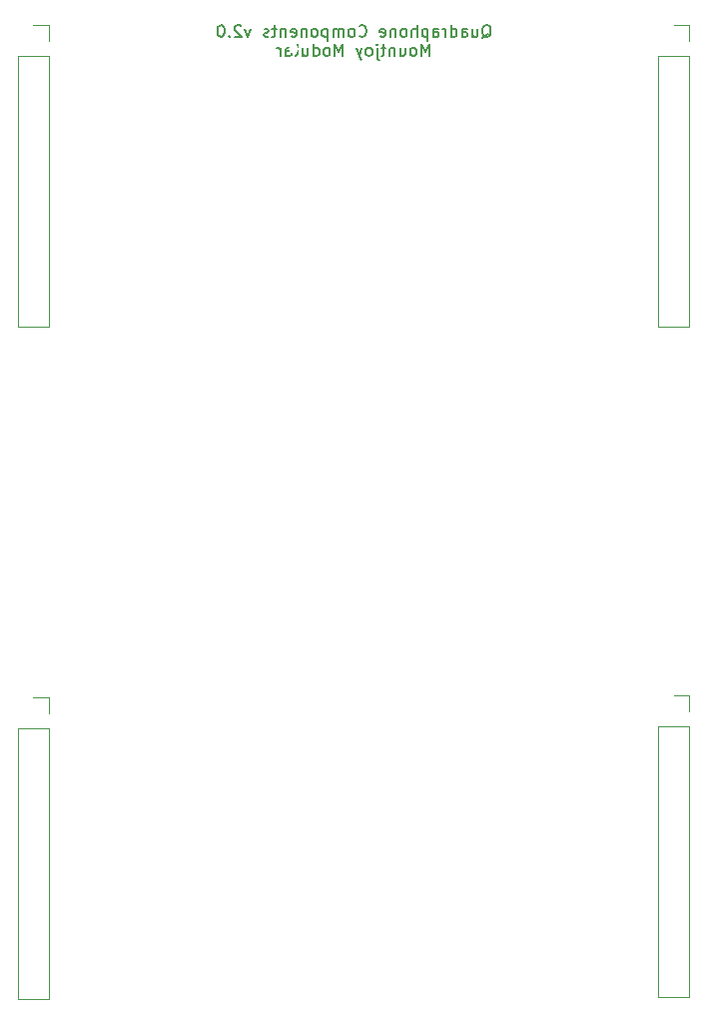
<source format=gbr>
%TF.GenerationSoftware,KiCad,Pcbnew,(6.0.11)*%
%TF.CreationDate,2023-04-16T18:13:22+01:00*%
%TF.ProjectId,Quadraphone,51756164-7261-4706-986f-6e652e6b6963,rev?*%
%TF.SameCoordinates,Original*%
%TF.FileFunction,Legend,Bot*%
%TF.FilePolarity,Positive*%
%FSLAX46Y46*%
G04 Gerber Fmt 4.6, Leading zero omitted, Abs format (unit mm)*
G04 Created by KiCad (PCBNEW (6.0.11)) date 2023-04-16 18:13:22*
%MOMM*%
%LPD*%
G01*
G04 APERTURE LIST*
%ADD10C,0.150000*%
%ADD11C,0.120000*%
%ADD12C,0.100000*%
%ADD13C,2.000000*%
%ADD14C,1.440000*%
%ADD15R,1.700000X1.700000*%
%ADD16C,1.700000*%
%ADD17O,1.700000X1.700000*%
%ADD18C,0.800000*%
%ADD19C,0.900000*%
%ADD20C,1.000000*%
G04 APERTURE END LIST*
D10*
X90857142Y-62742619D02*
X90952380Y-62695000D01*
X91047619Y-62599761D01*
X91190476Y-62456904D01*
X91285714Y-62409285D01*
X91380952Y-62409285D01*
X91333333Y-62647380D02*
X91428571Y-62599761D01*
X91523809Y-62504523D01*
X91571428Y-62314047D01*
X91571428Y-61980714D01*
X91523809Y-61790238D01*
X91428571Y-61695000D01*
X91333333Y-61647380D01*
X91142857Y-61647380D01*
X91047619Y-61695000D01*
X90952380Y-61790238D01*
X90904761Y-61980714D01*
X90904761Y-62314047D01*
X90952380Y-62504523D01*
X91047619Y-62599761D01*
X91142857Y-62647380D01*
X91333333Y-62647380D01*
X90047619Y-61980714D02*
X90047619Y-62647380D01*
X90476190Y-61980714D02*
X90476190Y-62504523D01*
X90428571Y-62599761D01*
X90333333Y-62647380D01*
X90190476Y-62647380D01*
X90095238Y-62599761D01*
X90047619Y-62552142D01*
X89142857Y-62647380D02*
X89142857Y-62123571D01*
X89190476Y-62028333D01*
X89285714Y-61980714D01*
X89476190Y-61980714D01*
X89571428Y-62028333D01*
X89142857Y-62599761D02*
X89238095Y-62647380D01*
X89476190Y-62647380D01*
X89571428Y-62599761D01*
X89619047Y-62504523D01*
X89619047Y-62409285D01*
X89571428Y-62314047D01*
X89476190Y-62266428D01*
X89238095Y-62266428D01*
X89142857Y-62218809D01*
X88238095Y-62647380D02*
X88238095Y-61647380D01*
X88238095Y-62599761D02*
X88333333Y-62647380D01*
X88523809Y-62647380D01*
X88619047Y-62599761D01*
X88666666Y-62552142D01*
X88714285Y-62456904D01*
X88714285Y-62171190D01*
X88666666Y-62075952D01*
X88619047Y-62028333D01*
X88523809Y-61980714D01*
X88333333Y-61980714D01*
X88238095Y-62028333D01*
X87761904Y-62647380D02*
X87761904Y-61980714D01*
X87761904Y-62171190D02*
X87714285Y-62075952D01*
X87666666Y-62028333D01*
X87571428Y-61980714D01*
X87476190Y-61980714D01*
X86714285Y-62647380D02*
X86714285Y-62123571D01*
X86761904Y-62028333D01*
X86857142Y-61980714D01*
X87047619Y-61980714D01*
X87142857Y-62028333D01*
X86714285Y-62599761D02*
X86809523Y-62647380D01*
X87047619Y-62647380D01*
X87142857Y-62599761D01*
X87190476Y-62504523D01*
X87190476Y-62409285D01*
X87142857Y-62314047D01*
X87047619Y-62266428D01*
X86809523Y-62266428D01*
X86714285Y-62218809D01*
X86238095Y-61980714D02*
X86238095Y-62980714D01*
X86238095Y-62028333D02*
X86142857Y-61980714D01*
X85952380Y-61980714D01*
X85857142Y-62028333D01*
X85809523Y-62075952D01*
X85761904Y-62171190D01*
X85761904Y-62456904D01*
X85809523Y-62552142D01*
X85857142Y-62599761D01*
X85952380Y-62647380D01*
X86142857Y-62647380D01*
X86238095Y-62599761D01*
X85333333Y-62647380D02*
X85333333Y-61647380D01*
X84904761Y-62647380D02*
X84904761Y-62123571D01*
X84952380Y-62028333D01*
X85047619Y-61980714D01*
X85190476Y-61980714D01*
X85285714Y-62028333D01*
X85333333Y-62075952D01*
X84285714Y-62647380D02*
X84380952Y-62599761D01*
X84428571Y-62552142D01*
X84476190Y-62456904D01*
X84476190Y-62171190D01*
X84428571Y-62075952D01*
X84380952Y-62028333D01*
X84285714Y-61980714D01*
X84142857Y-61980714D01*
X84047619Y-62028333D01*
X84000000Y-62075952D01*
X83952380Y-62171190D01*
X83952380Y-62456904D01*
X84000000Y-62552142D01*
X84047619Y-62599761D01*
X84142857Y-62647380D01*
X84285714Y-62647380D01*
X83523809Y-61980714D02*
X83523809Y-62647380D01*
X83523809Y-62075952D02*
X83476190Y-62028333D01*
X83380952Y-61980714D01*
X83238095Y-61980714D01*
X83142857Y-62028333D01*
X83095238Y-62123571D01*
X83095238Y-62647380D01*
X82238095Y-62599761D02*
X82333333Y-62647380D01*
X82523809Y-62647380D01*
X82619047Y-62599761D01*
X82666666Y-62504523D01*
X82666666Y-62123571D01*
X82619047Y-62028333D01*
X82523809Y-61980714D01*
X82333333Y-61980714D01*
X82238095Y-62028333D01*
X82190476Y-62123571D01*
X82190476Y-62218809D01*
X82666666Y-62314047D01*
X80428571Y-62552142D02*
X80476190Y-62599761D01*
X80619047Y-62647380D01*
X80714285Y-62647380D01*
X80857142Y-62599761D01*
X80952380Y-62504523D01*
X81000000Y-62409285D01*
X81047619Y-62218809D01*
X81047619Y-62075952D01*
X81000000Y-61885476D01*
X80952380Y-61790238D01*
X80857142Y-61695000D01*
X80714285Y-61647380D01*
X80619047Y-61647380D01*
X80476190Y-61695000D01*
X80428571Y-61742619D01*
X79857142Y-62647380D02*
X79952380Y-62599761D01*
X80000000Y-62552142D01*
X80047619Y-62456904D01*
X80047619Y-62171190D01*
X80000000Y-62075952D01*
X79952380Y-62028333D01*
X79857142Y-61980714D01*
X79714285Y-61980714D01*
X79619047Y-62028333D01*
X79571428Y-62075952D01*
X79523809Y-62171190D01*
X79523809Y-62456904D01*
X79571428Y-62552142D01*
X79619047Y-62599761D01*
X79714285Y-62647380D01*
X79857142Y-62647380D01*
X79095238Y-62647380D02*
X79095238Y-61980714D01*
X79095238Y-62075952D02*
X79047619Y-62028333D01*
X78952380Y-61980714D01*
X78809523Y-61980714D01*
X78714285Y-62028333D01*
X78666666Y-62123571D01*
X78666666Y-62647380D01*
X78666666Y-62123571D02*
X78619047Y-62028333D01*
X78523809Y-61980714D01*
X78380952Y-61980714D01*
X78285714Y-62028333D01*
X78238095Y-62123571D01*
X78238095Y-62647380D01*
X77761904Y-61980714D02*
X77761904Y-62980714D01*
X77761904Y-62028333D02*
X77666666Y-61980714D01*
X77476190Y-61980714D01*
X77380952Y-62028333D01*
X77333333Y-62075952D01*
X77285714Y-62171190D01*
X77285714Y-62456904D01*
X77333333Y-62552142D01*
X77380952Y-62599761D01*
X77476190Y-62647380D01*
X77666666Y-62647380D01*
X77761904Y-62599761D01*
X76714285Y-62647380D02*
X76809523Y-62599761D01*
X76857142Y-62552142D01*
X76904761Y-62456904D01*
X76904761Y-62171190D01*
X76857142Y-62075952D01*
X76809523Y-62028333D01*
X76714285Y-61980714D01*
X76571428Y-61980714D01*
X76476190Y-62028333D01*
X76428571Y-62075952D01*
X76380952Y-62171190D01*
X76380952Y-62456904D01*
X76428571Y-62552142D01*
X76476190Y-62599761D01*
X76571428Y-62647380D01*
X76714285Y-62647380D01*
X75952380Y-61980714D02*
X75952380Y-62647380D01*
X75952380Y-62075952D02*
X75904761Y-62028333D01*
X75809523Y-61980714D01*
X75666666Y-61980714D01*
X75571428Y-62028333D01*
X75523809Y-62123571D01*
X75523809Y-62647380D01*
X74666666Y-62599761D02*
X74761904Y-62647380D01*
X74952380Y-62647380D01*
X75047619Y-62599761D01*
X75095238Y-62504523D01*
X75095238Y-62123571D01*
X75047619Y-62028333D01*
X74952380Y-61980714D01*
X74761904Y-61980714D01*
X74666666Y-62028333D01*
X74619047Y-62123571D01*
X74619047Y-62218809D01*
X75095238Y-62314047D01*
X74190476Y-61980714D02*
X74190476Y-62647380D01*
X74190476Y-62075952D02*
X74142857Y-62028333D01*
X74047619Y-61980714D01*
X73904761Y-61980714D01*
X73809523Y-62028333D01*
X73761904Y-62123571D01*
X73761904Y-62647380D01*
X73428571Y-61980714D02*
X73047619Y-61980714D01*
X73285714Y-61647380D02*
X73285714Y-62504523D01*
X73238095Y-62599761D01*
X73142857Y-62647380D01*
X73047619Y-62647380D01*
X72761904Y-62599761D02*
X72666666Y-62647380D01*
X72476190Y-62647380D01*
X72380952Y-62599761D01*
X72333333Y-62504523D01*
X72333333Y-62456904D01*
X72380952Y-62361666D01*
X72476190Y-62314047D01*
X72619047Y-62314047D01*
X72714285Y-62266428D01*
X72761904Y-62171190D01*
X72761904Y-62123571D01*
X72714285Y-62028333D01*
X72619047Y-61980714D01*
X72476190Y-61980714D01*
X72380952Y-62028333D01*
X71238095Y-61980714D02*
X71000000Y-62647380D01*
X70761904Y-61980714D01*
X70428571Y-61742619D02*
X70380952Y-61695000D01*
X70285714Y-61647380D01*
X70047619Y-61647380D01*
X69952380Y-61695000D01*
X69904761Y-61742619D01*
X69857142Y-61837857D01*
X69857142Y-61933095D01*
X69904761Y-62075952D01*
X70476190Y-62647380D01*
X69857142Y-62647380D01*
X69428571Y-62552142D02*
X69380952Y-62599761D01*
X69428571Y-62647380D01*
X69476190Y-62599761D01*
X69428571Y-62552142D01*
X69428571Y-62647380D01*
X68761904Y-61647380D02*
X68666666Y-61647380D01*
X68571428Y-61695000D01*
X68523809Y-61742619D01*
X68476190Y-61837857D01*
X68428571Y-62028333D01*
X68428571Y-62266428D01*
X68476190Y-62456904D01*
X68523809Y-62552142D01*
X68571428Y-62599761D01*
X68666666Y-62647380D01*
X68761904Y-62647380D01*
X68857142Y-62599761D01*
X68904761Y-62552142D01*
X68952380Y-62456904D01*
X69000000Y-62266428D01*
X69000000Y-62028333D01*
X68952380Y-61837857D01*
X68904761Y-61742619D01*
X68857142Y-61695000D01*
X68761904Y-61647380D01*
X86380952Y-64257380D02*
X86380952Y-63257380D01*
X86047619Y-63971666D01*
X85714285Y-63257380D01*
X85714285Y-64257380D01*
X85095238Y-64257380D02*
X85190476Y-64209761D01*
X85238095Y-64162142D01*
X85285714Y-64066904D01*
X85285714Y-63781190D01*
X85238095Y-63685952D01*
X85190476Y-63638333D01*
X85095238Y-63590714D01*
X84952380Y-63590714D01*
X84857142Y-63638333D01*
X84809523Y-63685952D01*
X84761904Y-63781190D01*
X84761904Y-64066904D01*
X84809523Y-64162142D01*
X84857142Y-64209761D01*
X84952380Y-64257380D01*
X85095238Y-64257380D01*
X83904761Y-63590714D02*
X83904761Y-64257380D01*
X84333333Y-63590714D02*
X84333333Y-64114523D01*
X84285714Y-64209761D01*
X84190476Y-64257380D01*
X84047619Y-64257380D01*
X83952380Y-64209761D01*
X83904761Y-64162142D01*
X83428571Y-63590714D02*
X83428571Y-64257380D01*
X83428571Y-63685952D02*
X83380952Y-63638333D01*
X83285714Y-63590714D01*
X83142857Y-63590714D01*
X83047619Y-63638333D01*
X83000000Y-63733571D01*
X83000000Y-64257380D01*
X82666666Y-63590714D02*
X82285714Y-63590714D01*
X82523809Y-63257380D02*
X82523809Y-64114523D01*
X82476190Y-64209761D01*
X82380952Y-64257380D01*
X82285714Y-64257380D01*
X81952380Y-63590714D02*
X81952380Y-64447857D01*
X82000000Y-64543095D01*
X82095238Y-64590714D01*
X82142857Y-64590714D01*
X81952380Y-63257380D02*
X82000000Y-63305000D01*
X81952380Y-63352619D01*
X81904761Y-63305000D01*
X81952380Y-63257380D01*
X81952380Y-63352619D01*
X81333333Y-64257380D02*
X81428571Y-64209761D01*
X81476190Y-64162142D01*
X81523809Y-64066904D01*
X81523809Y-63781190D01*
X81476190Y-63685952D01*
X81428571Y-63638333D01*
X81333333Y-63590714D01*
X81190476Y-63590714D01*
X81095238Y-63638333D01*
X81047619Y-63685952D01*
X81000000Y-63781190D01*
X81000000Y-64066904D01*
X81047619Y-64162142D01*
X81095238Y-64209761D01*
X81190476Y-64257380D01*
X81333333Y-64257380D01*
X80666666Y-63590714D02*
X80428571Y-64257380D01*
X80190476Y-63590714D02*
X80428571Y-64257380D01*
X80523809Y-64495476D01*
X80571428Y-64543095D01*
X80666666Y-64590714D01*
X79047619Y-64257380D02*
X79047619Y-63257380D01*
X78714285Y-63971666D01*
X78380952Y-63257380D01*
X78380952Y-64257380D01*
X77761904Y-64257380D02*
X77857142Y-64209761D01*
X77904761Y-64162142D01*
X77952380Y-64066904D01*
X77952380Y-63781190D01*
X77904761Y-63685952D01*
X77857142Y-63638333D01*
X77761904Y-63590714D01*
X77619047Y-63590714D01*
X77523809Y-63638333D01*
X77476190Y-63685952D01*
X77428571Y-63781190D01*
X77428571Y-64066904D01*
X77476190Y-64162142D01*
X77523809Y-64209761D01*
X77619047Y-64257380D01*
X77761904Y-64257380D01*
X76571428Y-64257380D02*
X76571428Y-63257380D01*
X76571428Y-64209761D02*
X76666666Y-64257380D01*
X76857142Y-64257380D01*
X76952380Y-64209761D01*
X77000000Y-64162142D01*
X77047619Y-64066904D01*
X77047619Y-63781190D01*
X77000000Y-63685952D01*
X76952380Y-63638333D01*
X76857142Y-63590714D01*
X76666666Y-63590714D01*
X76571428Y-63638333D01*
X75666666Y-63590714D02*
X75666666Y-64257380D01*
X76095238Y-63590714D02*
X76095238Y-64114523D01*
X76047619Y-64209761D01*
X75952380Y-64257380D01*
X75809523Y-64257380D01*
X75714285Y-64209761D01*
X75666666Y-64162142D01*
X75047619Y-64257380D02*
X75142857Y-64209761D01*
X75190476Y-64114523D01*
X75190476Y-63257380D01*
X74238095Y-64257380D02*
X74238095Y-63733571D01*
X74285714Y-63638333D01*
X74380952Y-63590714D01*
X74571428Y-63590714D01*
X74666666Y-63638333D01*
X74238095Y-64209761D02*
X74333333Y-64257380D01*
X74571428Y-64257380D01*
X74666666Y-64209761D01*
X74714285Y-64114523D01*
X74714285Y-64019285D01*
X74666666Y-63924047D01*
X74571428Y-63876428D01*
X74333333Y-63876428D01*
X74238095Y-63828809D01*
X73761904Y-64257380D02*
X73761904Y-63590714D01*
X73761904Y-63781190D02*
X73714285Y-63685952D01*
X73666666Y-63638333D01*
X73571428Y-63590714D01*
X73476190Y-63590714D01*
D11*
%TO.C,J4*%
X108430000Y-118470000D02*
X107100000Y-118470000D01*
X108430000Y-121070000D02*
X105770000Y-121070000D01*
X108430000Y-121070000D02*
X108430000Y-143990000D01*
X108430000Y-119800000D02*
X108430000Y-118470000D01*
X108430000Y-143990000D02*
X105770000Y-143990000D01*
X105770000Y-121070000D02*
X105770000Y-143990000D01*
%TO.C,J3*%
X54130000Y-121270000D02*
X51470000Y-121270000D01*
X54130000Y-120000000D02*
X54130000Y-118670000D01*
X54130000Y-144190000D02*
X51470000Y-144190000D01*
X54130000Y-121270000D02*
X54130000Y-144190000D01*
X51470000Y-121270000D02*
X51470000Y-144190000D01*
X54130000Y-118670000D02*
X52800000Y-118670000D01*
%TO.C,J2*%
X108430000Y-87190000D02*
X105770000Y-87190000D01*
X105770000Y-64270000D02*
X105770000Y-87190000D01*
X108430000Y-64270000D02*
X105770000Y-64270000D01*
X108430000Y-63000000D02*
X108430000Y-61670000D01*
X108430000Y-61670000D02*
X107100000Y-61670000D01*
X108430000Y-64270000D02*
X108430000Y-87190000D01*
%TO.C,J1*%
X51470000Y-64270000D02*
X51470000Y-87190000D01*
X54130000Y-64270000D02*
X54130000Y-87190000D01*
X54130000Y-64270000D02*
X51470000Y-64270000D01*
X54130000Y-63000000D02*
X54130000Y-61670000D01*
X54130000Y-61670000D02*
X52800000Y-61670000D01*
X54130000Y-87190000D02*
X51470000Y-87190000D01*
%TD*%
%LPC*%
%TO.C,FID1*%
G36*
X109700000Y-149700000D02*
G01*
X101700000Y-149700000D01*
X101700000Y-147700000D01*
X109700000Y-147700000D01*
X109700000Y-149700000D01*
G37*
D12*
X109700000Y-149700000D02*
X101700000Y-149700000D01*
X101700000Y-147700000D01*
X109700000Y-147700000D01*
X109700000Y-149700000D01*
%TD*%
D13*
%TO.C,TP6*%
X52800000Y-58400000D03*
%TD*%
D14*
%TO.C,HF_Track_Trim3*%
X68500000Y-146100000D03*
X71040000Y-143560000D03*
X73580000Y-146100000D03*
%TD*%
%TO.C,HF_Track_Trim1*%
X68500000Y-97200000D03*
X71040000Y-94660000D03*
X73580000Y-97200000D03*
%TD*%
%TO.C,Base_Freq_Trim4*%
X86400000Y-146100000D03*
X88940000Y-143560000D03*
X91480000Y-146100000D03*
%TD*%
%TO.C,Expo_Trim2*%
X102700000Y-75600000D03*
X100160000Y-73060000D03*
X102700000Y-70520000D03*
%TD*%
D13*
%TO.C,TP7*%
X52900000Y-103700000D03*
%TD*%
D14*
%TO.C,Base_Freq_Trim1*%
X59500000Y-97200000D03*
X62040000Y-94660000D03*
X64580000Y-97200000D03*
%TD*%
%TO.C,Expo_Trim3*%
X75900000Y-124425000D03*
X73360000Y-121885000D03*
X75900000Y-119345000D03*
%TD*%
D13*
%TO.C,TP5*%
X107600000Y-108500000D03*
%TD*%
D14*
%TO.C,Expo_Trim4*%
X102800000Y-124425000D03*
X100260000Y-121885000D03*
X102800000Y-119345000D03*
%TD*%
D13*
%TO.C,TP8*%
X107600000Y-103700000D03*
%TD*%
%TO.C,TP2*%
X107600000Y-94700000D03*
%TD*%
%TO.C,TP4*%
X80000000Y-143600000D03*
%TD*%
D14*
%TO.C,Base_Freq_Trim2*%
X86400000Y-97200000D03*
X88940000Y-94660000D03*
X91480000Y-97200000D03*
%TD*%
%TO.C,Expo_Trim1*%
X75900000Y-75600000D03*
X73360000Y-73060000D03*
X75900000Y-70520000D03*
%TD*%
%TO.C,Base_Freq_Trim3*%
X59500000Y-146100000D03*
X62040000Y-143560000D03*
X64580000Y-146100000D03*
%TD*%
D13*
%TO.C,TP3*%
X107600000Y-99200000D03*
%TD*%
D14*
%TO.C,HF_Track_Trim2*%
X95400000Y-97200000D03*
X97940000Y-94660000D03*
X100480000Y-97200000D03*
%TD*%
%TO.C,HF_Track_Trim4*%
X95400000Y-146100000D03*
X97940000Y-143560000D03*
X100480000Y-146100000D03*
%TD*%
D15*
%TO.C,J5*%
X74200000Y-56700000D03*
D16*
X74200000Y-54160000D03*
X76740000Y-56700000D03*
X76740000Y-54160000D03*
X79280000Y-56700000D03*
X79280000Y-54160000D03*
X81820000Y-56700000D03*
X81820000Y-54160000D03*
X84360000Y-56700000D03*
X84360000Y-54160000D03*
%TD*%
D13*
%TO.C,TP1*%
X52900000Y-99300000D03*
%TD*%
D15*
%TO.C,J4*%
X107100000Y-119800000D03*
D17*
X107100000Y-122340000D03*
X107100000Y-124880000D03*
X107100000Y-127420000D03*
X107100000Y-129960000D03*
X107100000Y-132500000D03*
X107100000Y-135040000D03*
X107100000Y-137580000D03*
X107100000Y-140120000D03*
X107100000Y-142660000D03*
%TD*%
D15*
%TO.C,J3*%
X52800000Y-120000000D03*
D17*
X52800000Y-122540000D03*
X52800000Y-125080000D03*
X52800000Y-127620000D03*
X52800000Y-130160000D03*
X52800000Y-132700000D03*
X52800000Y-135240000D03*
X52800000Y-137780000D03*
X52800000Y-140320000D03*
X52800000Y-142860000D03*
%TD*%
D15*
%TO.C,J2*%
X107100000Y-63000000D03*
D17*
X107100000Y-65540000D03*
X107100000Y-68080000D03*
X107100000Y-70620000D03*
X107100000Y-73160000D03*
X107100000Y-75700000D03*
X107100000Y-78240000D03*
X107100000Y-80780000D03*
X107100000Y-83320000D03*
X107100000Y-85860000D03*
%TD*%
D15*
%TO.C,J1*%
X52800000Y-63000000D03*
D17*
X52800000Y-65540000D03*
X52800000Y-68080000D03*
X52800000Y-70620000D03*
X52800000Y-73160000D03*
X52800000Y-75700000D03*
X52800000Y-78240000D03*
X52800000Y-80780000D03*
X52800000Y-83320000D03*
X52800000Y-85860000D03*
%TD*%
D18*
X94900000Y-126000000D03*
X51100000Y-56000000D03*
X72000000Y-122900000D03*
X59300000Y-56600000D03*
X68000000Y-125900000D03*
X95100000Y-52900000D03*
X101200000Y-106000000D03*
X92000000Y-113400000D03*
X97100000Y-65400000D03*
X94000000Y-73200000D03*
X80700000Y-124800000D03*
X83700000Y-112600000D03*
X75200000Y-66800000D03*
X75800000Y-115900000D03*
X67400000Y-72100000D03*
X74800000Y-89900000D03*
X57500000Y-57500000D03*
X84300000Y-124800000D03*
X65400000Y-64100000D03*
X101200000Y-112800000D03*
X103600000Y-52200000D03*
X66000000Y-99800000D03*
X74100000Y-106700000D03*
X97000000Y-114300000D03*
X78840145Y-135375500D03*
X97000000Y-138200000D03*
X54800000Y-69600000D03*
X70200000Y-89700000D03*
X98300000Y-121000000D03*
X65100000Y-113000000D03*
X54900000Y-124200000D03*
X75100000Y-137800000D03*
X92420023Y-64220023D03*
X97100000Y-89500000D03*
X97100000Y-102300000D03*
X78800000Y-128900000D03*
X57500000Y-117700000D03*
X70200000Y-65400000D03*
X93400000Y-51000000D03*
X97300000Y-77700000D03*
X61100000Y-58700000D03*
X70100000Y-78700000D03*
X70100000Y-138100000D03*
X100300000Y-61800000D03*
X91700000Y-52900000D03*
X101212299Y-88912299D03*
X90200000Y-118300000D03*
X93100000Y-108700000D03*
X108000000Y-52900000D03*
X102600000Y-64300000D03*
X63700000Y-106800000D03*
X57500000Y-75900000D03*
X101600000Y-137800000D03*
X71300000Y-120400000D03*
X103000000Y-105800000D03*
X74900000Y-63700000D03*
X101700000Y-141000000D03*
X72900000Y-109400000D03*
D19*
X67000000Y-83100000D03*
X94200000Y-101000000D03*
X70100000Y-131700000D03*
X97300000Y-131200000D03*
D18*
X67800000Y-101000000D03*
D19*
X97287500Y-82187500D03*
D20*
X65600000Y-118200000D03*
X88500000Y-69200000D03*
X61700000Y-68700000D03*
D18*
X62100000Y-118200000D03*
D20*
X88600000Y-117500000D03*
X61600000Y-76800000D03*
X86300000Y-108400000D03*
X70100000Y-80200000D03*
X69891477Y-129013471D03*
X97512500Y-109300000D03*
X89000000Y-126700000D03*
X95500000Y-79100000D03*
X95600000Y-128300000D03*
X88700000Y-77200000D03*
X106268750Y-58600000D03*
X92400000Y-104000000D03*
X61400000Y-125700000D03*
D18*
X74300000Y-88000000D03*
X101299999Y-87299998D03*
X101700000Y-136200000D03*
X58400000Y-106400000D03*
X75200000Y-136200000D03*
D20*
X61900000Y-87924500D03*
X97300000Y-111900000D03*
X62000000Y-136800000D03*
X70600000Y-111600000D03*
X88900000Y-87775500D03*
X86500000Y-61500000D03*
X88700000Y-138000000D03*
D18*
X78300000Y-103100000D03*
X74900000Y-85300000D03*
X78575500Y-85367398D03*
X101800000Y-133724500D03*
X74900000Y-129800000D03*
X102300000Y-85200000D03*
X55300000Y-90300000D03*
X57500000Y-83300000D03*
X78000000Y-83100000D03*
X88800000Y-82800000D03*
D19*
X84400000Y-70200000D03*
X74300000Y-65300000D03*
X74010756Y-114789244D03*
X101300000Y-114200000D03*
X101200000Y-65200000D03*
X57499312Y-120899312D03*
X84600000Y-120400000D03*
D18*
X76700000Y-112724500D03*
X79075500Y-116179791D03*
X61100000Y-109900000D03*
X63300000Y-126200000D03*
X88800000Y-124300000D03*
X91300000Y-75400000D03*
X78300000Y-121500000D03*
X64652451Y-75227852D03*
X77900000Y-74100000D03*
X64200000Y-110800000D03*
X64600000Y-125000000D03*
X91300000Y-107100000D03*
X79300000Y-71200000D03*
X94700000Y-121700000D03*
X70600000Y-71500000D03*
X70185350Y-121575500D03*
X97800000Y-72300000D03*
X79300000Y-105098062D03*
X97200000Y-122300000D03*
X67400000Y-122300000D03*
X77900000Y-106700000D03*
X97125652Y-73687174D03*
X70900000Y-72700000D03*
X80100000Y-72200000D03*
X61900000Y-74700000D03*
X88800000Y-123200000D03*
X88921767Y-74824500D03*
X80875500Y-118243082D03*
X82300000Y-75900000D03*
X64481868Y-123614805D03*
X57800000Y-77675500D03*
X84500000Y-126600000D03*
X54800000Y-119700000D03*
X84500000Y-77000000D03*
X57500000Y-86300000D03*
X57600000Y-134600000D03*
X84600000Y-86242898D03*
X84500000Y-134600000D03*
X84643082Y-89424500D03*
X59500000Y-88200000D03*
X56600000Y-148500000D03*
X52500000Y-88900000D03*
X69900000Y-127300000D03*
X82200000Y-120200000D03*
X70900000Y-124100000D03*
X61900000Y-115800000D03*
X100108761Y-125021904D03*
X84500000Y-133000000D03*
X84497515Y-136924500D03*
X84500000Y-128600000D03*
X88800000Y-115500000D03*
X83437500Y-84037500D03*
X68000000Y-79000000D03*
X87700000Y-106700000D03*
X104400000Y-112000000D03*
X84600000Y-83918398D03*
X84600000Y-87500000D03*
X84500000Y-79400000D03*
X96300000Y-69200000D03*
X84524500Y-74900000D03*
X55700000Y-122700000D03*
X57800000Y-73800000D03*
X84600000Y-123200000D03*
X82374001Y-87500000D03*
X75300000Y-87400000D03*
X77500000Y-119100000D03*
X81400000Y-119200000D03*
X54200000Y-90300000D03*
X55300000Y-82400000D03*
X76963756Y-81763756D03*
X84600000Y-81600000D03*
X68424500Y-107500000D03*
X72900000Y-107800000D03*
X98900000Y-103000000D03*
M02*

</source>
